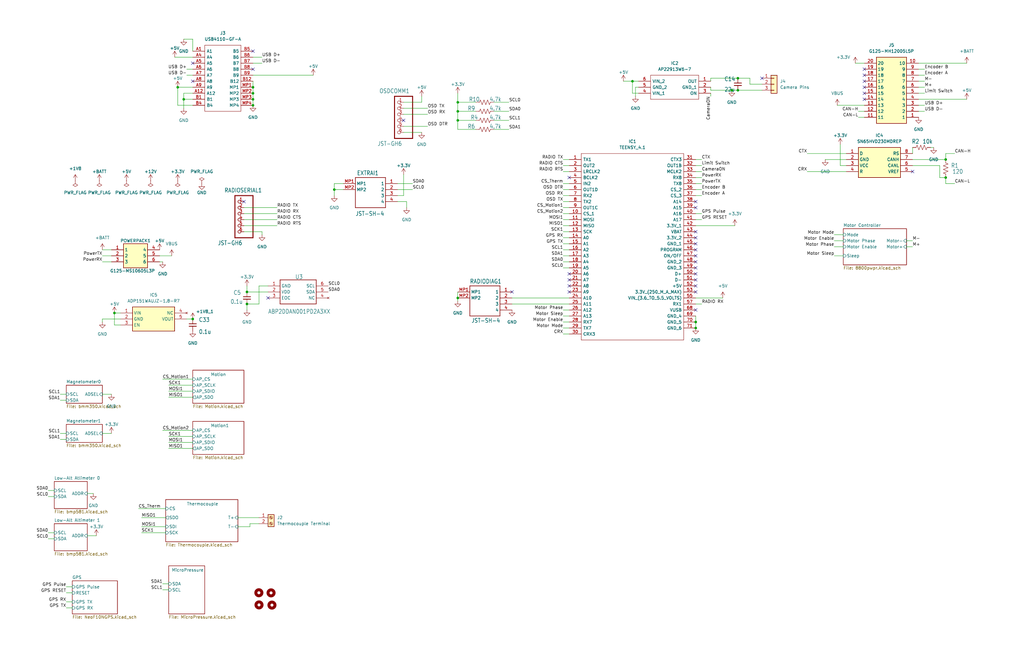
<source format=kicad_sch>
(kicad_sch (version 20231120) (generator "eeschema") (generator_version "8.0")
  (paper "B")
  (title_block (date "2024-06-17"))
  (lib_symbols
    (symbol "ADP151WAUJZ-1_8-R7:ADP151WAUJZ-1.8-R7"
      (property "Reference" "IC1" (at 13.97 7.62 0))
      (property "Value" "ADP151WAUJZ-1.8-R7" (at 13.97 5.08 0))
      (symbol "ADP151WAUJZ-1.8-R7_1_1"
        (pin passive line (at 0 0 0) (length 5.08) (name "VIN") (number "1"))
        (pin passive line (at 0 -2.54 0) (length 5.08) (name "GND") (number "2"))
        (pin passive line (at 0 -5.08 0) (length 5.08) (name "EN") (number "3"))
        (pin no_connect line (at 27.94 0 180) (length 5.08) (name "NC") (number "4"))
        (pin passive line (at 27.94 -2.54 180) (length 5.08) (name "VOUT") (number "5"))
      )
    )
    (symbol "BRGRavionics-eagle-import:JST-GH6"
      (symbol "JST-GH6_1_0"
        (pin passive inverted (at 0 0 0) (length 2.54) (name "1") (number "1"))
        (pin passive inverted (at 0 -2.54 0) (length 2.54) (name "2") (number "2"))
        (pin passive inverted (at 0 -5.08 0) (length 2.54) (name "3") (number "3"))
        (pin passive inverted (at 0 -7.62 0) (length 2.54) (name "4") (number "4"))
        (pin passive inverted (at 0 -10.16 0) (length 2.54) (name "5") (number "5"))
        (pin passive inverted (at 0 -12.7 0) (length 2.54) (name "6") (number "6"))
      )
    )
    (symbol "BRGRavionics-eagle-import:JST-SH-4"
      (property "Reference" "J" (at 19.05 7.62 0))
      (symbol "JST-SH-4_1_0"
        (pin bidirectional line (at 22.86 0 180) (length 5.08) (name "1") (number "1"))
        (pin bidirectional line (at 22.86 -2.54 180) (length 5.08) (name "2") (number "2"))
        (pin bidirectional line (at 22.86 -5.08 180) (length 5.08) (name "3") (number "3"))
        (pin bidirectional line (at 22.86 -7.62 180) (length 5.08) (name "4") (number "4"))
        (pin bidirectional line (at 0 0 0) (length 5.08) (name "MP1") (number "MP1"))
        (pin bidirectional line (at 0 -2.54 0) (length 5.08) (name "MP2") (number "MP2"))
      )
    )
    (symbol "BRGRavionics2-eagle-import:ABP2DDAN001PD2A3XX"
      (property "Reference" "IC" (at 21.59 7.62 0))
      (symbol "ABP2DDAN001PD2A3XX_1_0"
        (pin bidirectional line (at 0 0 0) (length 5.08) (name "GND") (number "1"))
        (pin bidirectional line (at 0 -2.54 0) (length 5.08) (name "VDD") (number "2"))
        (pin bidirectional line (at 0 -5.08 0) (length 5.08) (name "EOC") (number "3"))
        (pin no_connect line (at 25.4 -5.08 180) (length 5.08) (name "NC") (number "4"))
        (pin bidirectional line (at 25.4 -2.54 180) (length 5.08) (name "SDA") (number "5"))
        (pin bidirectional line (at 25.4 0 180) (length 5.08) (name "SCL") (number "6"))
      )
    )
    (symbol "Connector:Screw_Terminal_01x02" (pin_names (offset 1.016) hide)
      (property "Reference" "J" (at 0 2.54 0))
      (property "Value" "Screw_Terminal_01x02" (at 0 -5.08 0))
      (symbol "Screw_Terminal_01x02_1_1"
        (pin passive line (at -5.08 0 0) (length 3.81) (name "Pin_1") (number "1"))
        (pin passive line (at -5.08 -2.54 0) (length 3.81) (name "Pin_2") (number "2"))
      )
    )
    (symbol "Connector_Generic:Conn_01x03" (pin_names (offset 1.016) hide)
      (property "Reference" "J" (at 0 5.08 0))
      (property "Value" "Conn_01x03" (at 0 -5.08 0))
      (symbol "Conn_01x03_1_1"
        (pin passive line (at -5.08 2.54 0) (length 3.81) (name "Pin_1") (number "1"))
        (pin passive line (at -5.08 0 0) (length 3.81) (name "Pin_2") (number "2"))
        (pin passive line (at -5.08 -2.54 0) (length 3.81) (name "Pin_3") (number "3"))
      )
    )
    (symbol "Device:C_Small" (pin_numbers hide) (pin_names (offset 0.254) hide)
      (property "Reference" "C" (at 0.254 1.778 0))
      (property "Value" "C_Small" (at 0.254 -2.032 0))
      (symbol "C_Small_1_1"
        (pin passive line (at 0 2.54 270) (length 2.032) (name "~") (number "1"))
        (pin passive line (at 0 -2.54 90) (length 2.032) (name "~") (number "2"))
      )
    )
    (symbol "Device:R_US" (pin_numbers hide) (pin_names (offset 0))
      (property "Reference" "R" (at 2.54 0 90))
      (property "Value" "R_US" (at -2.54 0 90))
      (symbol "R_US_1_1"
        (pin passive line (at 0 3.81 270) (length 1.27) (name "~") (number "1"))
        (pin passive line (at 0 -3.81 90) (length 1.27) (name "~") (number "2"))
      )
    )
    (symbol "G125-MH12005L5P:G125-MH12005L5P"
      (property "Reference" "J" (at 19.05 7.62 0))
      (property "Value" "G125-MH12005L5P" (at 19.05 5.08 0))
      (symbol "G125-MH12005L5P_1_1"
        (pin passive line (at 22.86 -22.86 180) (length 5.08) (name "1") (number "1"))
        (pin passive line (at 22.86 0 180) (length 5.08) (name "10") (number "10"))
        (pin passive line (at 0 -22.86 0) (length 5.08) (name "11") (number "11"))
        (pin passive line (at 0 -20.32 0) (length 5.08) (name "12") (number "12"))
        (pin passive line (at 0 -17.78 0) (length 5.08) (name "13") (number "13"))
        (pin passive line (at 0 -15.24 0) (length 5.08) (name "14") (number "14"))
        (pin passive line (at 0 -12.7 0) (length 5.08) (name "15") (number "15"))
        (pin passive line (at 0 -10.16 0) (length 5.08) (name "16") (number "16"))
        (pin passive line (at 0 -7.62 0) (length 5.08) (name "17") (number "17"))
        (pin passive line (at 0 -5.08 0) (length 5.08) (name "18") (number "18"))
        (pin passive line (at 0 -2.54 0) (length 5.08) (name "19") (number "19"))
        (pin passive line (at 22.86 -20.32 180) (length 5.08) (name "2") (number "2"))
        (pin passive line (at 0 0 0) (length 5.08) (name "20") (number "20"))
        (pin passive line (at 22.86 -17.78 180) (length 5.08) (name "3") (number "3"))
        (pin passive line (at 22.86 -15.24 180) (length 5.08) (name "4") (number "4"))
        (pin passive line (at 22.86 -12.7 180) (length 5.08) (name "5") (number "5"))
        (pin passive line (at 22.86 -10.16 180) (length 5.08) (name "6") (number "6"))
        (pin passive line (at 22.86 -7.62 180) (length 5.08) (name "7") (number "7"))
        (pin passive line (at 22.86 -5.08 180) (length 5.08) (name "8") (number "8"))
        (pin passive line (at 22.86 -2.54 180) (length 5.08) (name "9") (number "9"))
      )
    )
    (symbol "G125-MS10605L3P:G125-MS10605L3P"
      (property "Reference" "J" (at 16.51 7.62 0))
      (property "Value" "G125-MS10605L3P" (at 16.51 5.08 0))
      (symbol "G125-MS10605L3P_1_1"
        (pin passive line (at 0 0 0) (length 5.08) (name "1") (number "1"))
        (pin passive line (at 0 -2.54 0) (length 5.08) (name "2") (number "2"))
        (pin passive line (at 0 -5.08 0) (length 5.08) (name "3") (number "3"))
        (pin passive line (at 20.32 0 180) (length 5.08) (name "4") (number "4"))
        (pin passive line (at 20.32 -2.54 180) (length 5.08) (name "5") (number "5"))
        (pin passive line (at 20.32 -5.08 180) (length 5.08) (name "6") (number "6"))
      )
    )
    (symbol "SN65HVD230MDREP:SN65HVD230MDREP"
      (property "Reference" "IC" (at 24.13 7.62 0))
      (property "Value" "SN65HVD230MDREP" (at 24.13 5.08 0))
      (symbol "SN65HVD230MDREP_1_1"
        (pin input line (at 0 0 0) (length 5.08) (name "D") (number "1"))
        (pin power_in line (at 0 -2.54 0) (length 5.08) (name "GND") (number "2"))
        (pin power_in line (at 0 -5.08 0) (length 5.08) (name "VCC") (number "3"))
        (pin output line (at 0 -7.62 0) (length 5.08) (name "R") (number "4"))
        (pin output line (at 27.94 -7.62 180) (length 5.08) (name "VREF") (number "5"))
        (pin passive line (at 27.94 -5.08 180) (length 5.08) (name "CANL") (number "6"))
        (pin passive line (at 27.94 -2.54 180) (length 5.08) (name "CANH") (number "7"))
        (pin passive line (at 27.94 0 180) (length 5.08) (name "RS") (number "8"))
      )
    )
    (symbol "SamacSys_Parts:AP22913W6-7" (pin_names (offset 0.762))
      (property "Reference" "IC" (at 26.67 7.62 0))
      (property "Value" "AP22913W6-7" (at 26.67 5.08 0))
      (symbol "AP22913W6-7_0_0"
        (pin passive line (at 0 0 0) (length 5.08) (name "OUT") (number "1"))
        (pin passive line (at 0 -2.54 0) (length 5.08) (name "GND_1") (number "2"))
        (pin passive line (at 0 -5.08 0) (length 5.08) (name "ON") (number "3"))
        (pin passive line (at 30.48 -5.08 180) (length 5.08) (name "VIN_1") (number "4"))
        (pin passive line (at 30.48 -2.54 180) (length 5.08) (name "GND_2") (number "5"))
        (pin passive line (at 30.48 0 180) (length 5.08) (name "VIN_2") (number "6"))
      )
    )
    (symbol "SamacSys_Parts:TEENSY_4.1" (pin_names (offset 0.762))
      (property "Reference" "IC" (at 49.53 7.62 0))
      (property "Value" "TEENSY_4.1" (at 49.53 5.08 0))
      (symbol "TEENSY_4.1_0_0"
        (pin passive line (at 0 0 0) (length 5.08) (name "TX1") (number "1"))
        (pin passive line (at 0 -22.86 0) (length 5.08) (name "CS_1") (number "10"))
        (pin passive line (at 0 -25.4 0) (length 5.08) (name "MOSI") (number "11"))
        (pin passive line (at 0 -27.94 0) (length 5.08) (name "MISO") (number "12"))
        (pin passive line (at 0 -30.48 0) (length 5.08) (name "SCK") (number "13"))
        (pin passive line (at 0 -33.02 0) (length 5.08) (name "A0") (number "14"))
        (pin passive line (at 0 -35.56 0) (length 5.08) (name "A1") (number "15"))
        (pin passive line (at 0 -38.1 0) (length 5.08) (name "A2") (number "16"))
        (pin passive line (at 0 -40.64 0) (length 5.08) (name "A3") (number "17"))
        (pin passive line (at 0 -43.18 0) (length 5.08) (name "A4") (number "18"))
        (pin passive line (at 0 -45.72 0) (length 5.08) (name "A5") (number "19"))
        (pin passive line (at 0 -2.54 0) (length 5.08) (name "OUT2") (number "2"))
        (pin passive line (at 0 -48.26 0) (length 5.08) (name "A6") (number "20"))
        (pin passive line (at 0 -50.8 0) (length 5.08) (name "A7") (number "21"))
        (pin passive line (at 0 -53.34 0) (length 5.08) (name "A8") (number "22"))
        (pin passive line (at 0 -55.88 0) (length 5.08) (name "A9") (number "23"))
        (pin passive line (at 0 -58.42 0) (length 5.08) (name "A10") (number "24"))
        (pin passive line (at 0 -60.96 0) (length 5.08) (name "A11") (number "25"))
        (pin passive line (at 0 -63.5 0) (length 5.08) (name "A12") (number "26"))
        (pin passive line (at 0 -66.04 0) (length 5.08) (name "A13") (number "27"))
        (pin passive line (at 0 -68.58 0) (length 5.08) (name "RX7") (number "28"))
        (pin passive line (at 0 -71.12 0) (length 5.08) (name "TX7") (number "29"))
        (pin passive line (at 0 -5.08 0) (length 5.08) (name "LRCLK2") (number "3"))
        (pin passive line (at 0 -73.66 0) (length 5.08) (name "CRX3") (number "30"))
        (pin passive line (at 53.34 0 180) (length 5.08) (name "CTX3") (number "31"))
        (pin passive line (at 53.34 -2.54 180) (length 5.08) (name "OUT1B") (number "32"))
        (pin passive line (at 53.34 -5.08 180) (length 5.08) (name "MCLK2") (number "33"))
        (pin passive line (at 53.34 -7.62 180) (length 5.08) (name "RX8") (number "34"))
        (pin passive line (at 53.34 -10.16 180) (length 5.08) (name "TX8") (number "35"))
        (pin passive line (at 53.34 -12.7 180) (length 5.08) (name "CS_2") (number "36"))
        (pin passive line (at 53.34 -15.24 180) (length 5.08) (name "CS_3") (number "37"))
        (pin passive line (at 53.34 -17.78 180) (length 5.08) (name "A14") (number "38"))
        (pin passive line (at 53.34 -20.32 180) (length 5.08) (name "A15") (number "39"))
        (pin passive line (at 0 -7.62 0) (length 5.08) (name "BCLK2") (number "4"))
        (pin passive line (at 53.34 -22.86 180) (length 5.08) (name "A16") (number "40"))
        (pin passive line (at 53.34 -25.4 180) (length 5.08) (name "A17") (number "41"))
        (pin passive line (at 53.34 -27.94 180) (length 5.08) (name "3.3V_1") (number "42"))
        (pin passive line (at 53.34 -30.48 180) (length 5.08) (name "VBAT") (number "43"))
        (pin passive line (at 53.34 -33.02 180) (length 5.08) (name "3.3V_2") (number "44"))
        (pin passive line (at 53.34 -35.56 180) (length 5.08) (name "GND_1") (number "45"))
        (pin passive line (at 53.34 -38.1 180) (length 5.08) (name "PROGRAM") (number "46"))
        (pin passive line (at 53.34 -40.64 180) (length 5.08) (name "ON/OFF") (number "47"))
        (pin passive line (at 53.34 -43.18 180) (length 5.08) (name "GND_2") (number "48"))
        (pin passive line (at 53.34 -45.72 180) (length 5.08) (name "GND_3") (number "49"))
        (pin passive line (at 0 -10.16 0) (length 5.08) (name "IN2") (number "5"))
        (pin passive line (at 53.34 -48.26 180) (length 5.08) (name "D+") (number "50"))
        (pin passive line (at 53.34 -50.8 180) (length 5.08) (name "D-") (number "51"))
        (pin passive line (at 53.34 -53.34 180) (length 5.08) (name "+5V") (number "52"))
        (pin passive line (at 53.34 -55.88 180) (length 5.08) (name "3.3V_(250_M_A_MAX)") (number "53"))
        (pin passive line (at 53.34 -58.42 180) (length 5.08) (name "VIN_(3.6_TO_5.5_VOLTS)") (number "55"))
        (pin passive line (at 53.34 -60.96 180) (length 5.08) (name "RX1") (number "57"))
        (pin passive line (at 0 -12.7 0) (length 5.08) (name "OUT1D") (number "6"))
        (pin passive line (at 53.34 -63.5 180) (length 5.08) (name "VUSB") (number "68"))
        (pin passive line (at 53.34 -66.04 180) (length 5.08) (name "GND_4") (number "69"))
        (pin passive line (at 0 -15.24 0) (length 5.08) (name "RX2") (number "7"))
        (pin passive line (at 53.34 -68.58 180) (length 5.08) (name "GND_5") (number "70"))
        (pin passive line (at 53.34 -71.12 180) (length 5.08) (name "GND_6") (number "71"))
        (pin passive line (at 0 -17.78 0) (length 5.08) (name "TX2") (number "8"))
        (pin passive line (at 0 -20.32 0) (length 5.08) (name "OUT1C") (number "9"))
      )
    )
    (symbol "SamacSys_Parts:USB4110-GF-A" (pin_names (offset 0.762))
      (property "Reference" "J" (at 21.59 7.62 0))
      (property "Value" "USB4110-GF-A" (at 21.59 5.08 0))
      (symbol "USB4110-GF-A_0_0"
        (pin passive line (at 0 0 0) (length 5.08) (name "A1") (number "A1"))
        (pin passive line (at 0 -17.78 0) (length 5.08) (name "A12") (number "A12"))
        (pin passive line (at 0 -2.54 0) (length 5.08) (name "A4") (number "A4"))
        (pin passive line (at 0 -5.08 0) (length 5.08) (name "A5") (number "A5"))
        (pin passive line (at 0 -7.62 0) (length 5.08) (name "A6") (number "A6"))
        (pin passive line (at 0 -10.16 0) (length 5.08) (name "A7") (number "A7"))
        (pin passive line (at 0 -12.7 0) (length 5.08) (name "A8") (number "A8"))
        (pin passive line (at 0 -15.24 0) (length 5.08) (name "A9") (number "A9"))
        (pin passive line (at 0 -20.32 0) (length 5.08) (name "B1") (number "B1"))
        (pin passive line (at 25.4 -12.7 180) (length 5.08) (name "B12") (number "B12"))
        (pin passive line (at 0 -22.86 0) (length 5.08) (name "B4") (number "B4"))
        (pin passive line (at 25.4 0 180) (length 5.08) (name "B5") (number "B5"))
        (pin passive line (at 25.4 -2.54 180) (length 5.08) (name "B6") (number "B6"))
        (pin passive line (at 25.4 -5.08 180) (length 5.08) (name "B7") (number "B7"))
        (pin passive line (at 25.4 -7.62 180) (length 5.08) (name "B8") (number "B8"))
        (pin passive line (at 25.4 -10.16 180) (length 5.08) (name "B9") (number "B9"))
        (pin passive line (at 25.4 -15.24 180) (length 5.08) (name "MP1") (number "MP1"))
        (pin passive line (at 25.4 -17.78 180) (length 5.08) (name "MP2") (number "MP2"))
        (pin passive line (at 25.4 -20.32 180) (length 5.08) (name "MP3") (number "MP3"))
        (pin passive line (at 25.4 -22.86 180) (length 5.08) (name "MP4") (number "MP4"))
      )
    )
    (symbol "power:+12V" (power) (pin_names (offset 0))
      (property "Value" "+12V" (at 0 3.556 0))
      (symbol "+12V_1_1"
        (pin power_in line (at 0 0 90) (length 0) hide (name "+12V") (number "1"))
      )
    )
    (symbol "power:+1V8" (power) (pin_names (offset 0))
      (property "Value" "+1V8" (at 0 3.556 0))
      (symbol "+1V8_1_1"
        (pin power_in line (at 0 0 90) (length 0) hide (name "+1V8") (number "1"))
      )
    )
    (symbol "power:+1V8_1" (power) (pin_names (offset 0))
      (property "Value" "+1V8_1" (at 0 3.175 0))
      (symbol "+1V8_1_1_1"
        (pin power_in line (at 0 0 90) (length 0) hide (name "+1V8_1") (number "1"))
      )
    )
    (symbol "power:+3.3V" (power) (pin_names (offset 0))
      (property "Value" "+3.3V" (at 0 3.556 0))
      (symbol "+3.3V_1_1"
        (pin power_in line (at 0 0 90) (length 0) hide (name "+3.3V") (number "1"))
      )
    )
    (symbol "power:+5V" (power) (pin_names (offset 0))
      (property "Value" "+5V" (at 0 3.556 0))
      (symbol "+5V_1_1"
        (pin power_in line (at 0 0 90) (length 0) hide (name "+5V") (number "1"))
      )
    )
    (symbol "power:+BATT" (power) (pin_names (offset 0))
      (property "Value" "+BATT" (at 0 3.556 0))
      (symbol "+BATT_1_1"
        (pin power_in line (at 0 0 90) (length 0) hide (name "+BATT") (number "1"))
      )
    )
    (symbol "power:GND" (power) (pin_names (offset 0))
      (property "Value" "GND" (at 0 -3.81 0))
      (symbol "GND_1_1"
        (pin power_in line (at 0 0 270) (length 0) hide (name "GND") (number "1"))
      )
    )
    (symbol "power:PWR_FLAG" (power) (pin_numbers hide) (pin_names (offset 0) hide)
      (property "Value" "PWR_FLAG" (at 0 3.81 0))
      (symbol "PWR_FLAG_0_0"
        (pin power_out line (at 0 0 90) (length 0) (name "pwr") (number "1"))
      )
    )
    (symbol "power:VBUS" (power) (pin_names (offset 0))
      (property "Value" "VBUS" (at 0 3.81 0))
      (symbol "VBUS_1_1"
        (pin power_in line (at 0 0 90) (length 0) hide (name "VBUS") (number "1"))
      )
    )
    (symbol "stan:MountingHole-NPTH" (pin_names (offset 1.016))
      (property "Reference" "H1" (at 2.54 1.2701 0))
      (property "Value" "MountingHole" (at 2.54 -1.2699 0))
    )
  )
  (junction (at 308.61 38.1))
  (junction (at 106.68 39.37))
  (junction (at 104.14 128.27))
  (junction (at 48.26 132.08))
  (junction (at 398.78 67.31))
  (junction (at 140.97 80.01))
  (junction (at 104.14 123.19))
  (junction (at 193.04 125.73))
  (junction (at 398.78 74.93))
  (junction (at 293.37 138.43))
  (junction (at 106.68 36.83))
  (junction (at 106.68 44.45))
  (junction (at 74.93 36.83))
  (junction (at 193.04 50.8))
  (junction (at 311.15 33.02))
  (junction (at 106.68 41.91))
  (junction (at 266.7 34.29))
  (junction (at 311.15 38.1))
  (junction (at 81.28 134.62))
  (junction (at 77.47 41.91))
  (junction (at 293.37 135.89))
  (junction (at 193.04 43.18))
  (junction (at 193.04 46.99))
  (no_connect (at 321.31 33.02))
  (no_connect (at 240.03 123.19))
  (no_connect (at 384.81 72.39))
  (no_connect (at 293.37 123.19))
  (no_connect (at 81.28 26.67))
  (no_connect (at 364.49 41.91))
  (no_connect (at 364.49 34.29))
  (no_connect (at 293.37 85.09))
  (no_connect (at 106.68 29.21))
  (no_connect (at 293.37 118.11))
  (no_connect (at 293.37 97.79))
  (no_connect (at 81.28 34.29))
  (no_connect (at 293.37 113.03))
  (no_connect (at 170.18 50.8))
  (no_connect (at 106.68 21.59))
  (no_connect (at 293.37 100.33))
  (no_connect (at 240.03 74.93))
  (no_connect (at 293.37 102.87))
  (no_connect (at 293.37 107.95))
  (no_connect (at 240.03 115.57))
  (no_connect (at 293.37 87.63))
  (no_connect (at 293.37 115.57))
  (no_connect (at 364.49 39.37))
  (no_connect (at 240.03 120.65))
  (no_connect (at 293.37 105.41))
  (no_connect (at 293.37 120.65))
  (no_connect (at 113.03 125.73))
  (no_connect (at 102.87 85.09))
  (no_connect (at 364.49 31.75))
  (no_connect (at 364.49 36.83))
  (no_connect (at 293.37 110.49))
  (no_connect (at 293.37 130.81))
  (no_connect (at 215.9 123.19))
  (no_connect (at 364.49 29.21))
  (no_connect (at 240.03 118.11))
  (wire (pts (xy 171.45 85.09) (xy 167.64 85.09)))
  (wire (pts (xy 106.68 36.83) (xy 106.68 39.37)))
  (wire (pts (xy 104.14 128.27) (xy 109.22 128.27)) (stroke (width 0.1524)))
  (wire (pts (xy 389.89 39.37) (xy 387.35 39.37)))
  (wire (pts (xy 237.49 100.33) (xy 240.03 100.33)))
  (wire (pts (xy 299.72 34.29) (xy 299.72 33.02)))
  (wire (pts (xy 167.64 77.47) (xy 173.99 77.47)))
  (wire (pts (xy 100.33 222.25) (xy 105.41 222.25)))
  (wire (pts (xy 387.35 26.67) (xy 407.67 26.67)))
  (wire (pts (xy 102.87 87.63) (xy 116.84 87.63)) (stroke (width 0.1524)))
  (wire (pts (xy 71.12 167.64) (xy 81.28 167.64)))
  (wire (pts (xy 193.04 43.18) (xy 193.04 39.37)))
  (wire (pts (xy 140.97 80.01) (xy 144.78 80.01)))
  (wire (pts (xy 208.28 46.99) (xy 214.63 46.99)))
  (wire (pts (xy 20.32 227.33) (xy 22.86 227.33)))
  (wire (pts (xy 59.69 218.44) (xy 69.85 218.44)))
  (wire (pts (xy 293.37 69.85) (xy 295.91 69.85)))
  (wire (pts (xy 387.35 31.75) (xy 389.89 31.75)))
  (wire (pts (xy 398.78 77.47) (xy 402.59 77.47)))
  (wire (pts (xy 340.36 72.39) (xy 356.87 72.39)))
  (wire (pts (xy 68.58 181.61) (xy 81.28 181.61)) (stroke (width 0.1524)))
  (wire (pts (xy 267.97 40.64) (xy 267.97 36.83)))
  (wire (pts (xy 193.04 125.73) (xy 193.04 127)))
  (wire (pts (xy 77.47 41.91) (xy 81.28 41.91)))
  (wire (pts (xy 170.18 55.88) (xy 177.8 55.88)))
  (wire (pts (xy 36.83 208.28) (xy 39.37 208.28)))
  (wire (pts (xy 237.49 80.01) (xy 240.03 80.01)))
  (wire (pts (xy 293.37 92.71) (xy 295.91 92.71)))
  (wire (pts (xy 398.78 64.77) (xy 398.78 67.31)))
  (wire (pts (xy 27.94 250.19) (xy 30.48 250.19)))
  (wire (pts (xy 237.49 133.35) (xy 240.03 133.35)))
  (wire (pts (xy 106.68 26.67) (xy 110.49 26.67)))
  (wire (pts (xy 25.4 166.37) (xy 27.94 166.37)))
  (wire (pts (xy 262.89 34.29) (xy 266.7 34.29)))
  (wire (pts (xy 237.49 135.89) (xy 240.03 135.89)))
  (wire (pts (xy 361.95 49.53) (xy 364.49 49.53)))
  (wire (pts (xy 104.14 123.19) (xy 113.03 123.19)))
  (wire (pts (xy 140.97 80.01) (xy 140.97 82.55)))
  (wire (pts (xy 193.04 46.99) (xy 193.04 43.18)))
  (wire (pts (xy 308.61 38.1) (xy 311.15 38.1)))
  (wire (pts (xy 170.18 45.72) (xy 180.34 45.72)))
  (wire (pts (xy 293.37 77.47) (xy 295.91 77.47)))
  (wire (pts (xy 77.47 39.37) (xy 81.28 39.37)))
  (wire (pts (xy 215.9 128.27) (xy 240.03 128.27)))
  (wire (pts (xy 361.95 46.99) (xy 364.49 46.99)))
  (wire (pts (xy 43.18 166.37) (xy 46.99 166.37)))
  (wire (pts (xy 59.69 222.25) (xy 69.85 222.25)))
  (wire (pts (xy 27.94 247.65) (xy 30.48 247.65)))
  (wire (pts (xy 237.49 140.97) (xy 240.03 140.97)))
  (wire (pts (xy 387.35 41.91) (xy 407.67 41.91)))
  (wire (pts (xy 299.72 38.1) (xy 308.61 38.1)))
  (wire (pts (xy 360.68 26.67) (xy 364.49 26.67)))
  (wire (pts (xy 293.37 135.89) (xy 293.37 138.43)))
  (wire (pts (xy 170.18 82.55) (xy 167.64 82.55)))
  (wire (pts (xy 109.22 128.27) (xy 109.22 120.65)) (stroke (width 0.1524)))
  (wire (pts (xy 293.37 95.25) (xy 309.88 95.25)))
  (wire (pts (xy 74.93 36.83) (xy 74.93 44.45)))
  (wire (pts (xy 102.87 95.25) (xy 116.84 95.25)) (stroke (width 0.1524)))
  (wire (pts (xy 74.93 36.83) (xy 81.28 36.83)))
  (wire (pts (xy 387.35 29.21) (xy 389.89 29.21)))
  (wire (pts (xy 293.37 125.73) (xy 304.8 125.73)))
  (wire (pts (xy 293.37 128.27) (xy 295.91 128.27)))
  (wire (pts (xy 384.81 69.85) (xy 396.24 69.85)))
  (wire (pts (xy 267.97 36.83) (xy 269.24 36.83)))
  (wire (pts (xy 351.79 101.6) (xy 355.6 101.6)))
  (wire (pts (xy 266.7 39.37) (xy 269.24 39.37)))
  (wire (pts (xy 105.41 220.98) (xy 109.22 220.98)))
  (wire (pts (xy 237.49 95.25) (xy 240.03 95.25)))
  (wire (pts (xy 384.81 62.23) (xy 384.81 64.77)))
  (wire (pts (xy 393.7 62.23) (xy 392.43 62.23)))
  (wire (pts (xy 237.49 69.85) (xy 240.03 69.85)))
  (wire (pts (xy 208.28 43.18) (xy 214.63 43.18)))
  (wire (pts (xy 293.37 90.17) (xy 295.91 90.17)))
  (wire (pts (xy 106.68 24.13) (xy 110.49 24.13)))
  (wire (pts (xy 25.4 182.88) (xy 27.94 182.88)))
  (wire (pts (xy 382.27 101.6) (xy 384.81 101.6)))
  (wire (pts (xy 73.66 24.13) (xy 81.28 24.13)))
  (wire (pts (xy 387.35 44.45) (xy 389.89 44.45)))
  (wire (pts (xy 43.18 105.41) (xy 46.99 105.41)))
  (wire (pts (xy 237.49 90.17) (xy 240.03 90.17)))
  (wire (pts (xy 106.68 31.75) (xy 132.08 31.75)))
  (wire (pts (xy 36.83 226.06) (xy 40.64 226.06)))
  (wire (pts (xy 68.58 246.38) (xy 71.12 246.38)))
  (wire (pts (xy 237.49 92.71) (xy 240.03 92.71)))
  (wire (pts (xy 293.37 72.39) (xy 295.91 72.39)))
  (wire (pts (xy 102.87 92.71) (xy 116.84 92.71)))
  (wire (pts (xy 200.66 46.99) (xy 193.04 46.99)))
  (wire (pts (xy 387.35 36.83) (xy 389.89 36.83)))
  (wire (pts (xy 48.26 137.16) (xy 50.8 137.16)))
  (wire (pts (xy 58.42 214.63) (xy 69.85 214.63)))
  (wire (pts (xy 78.74 31.75) (xy 81.28 31.75)))
  (wire (pts (xy 396.24 69.85) (xy 396.24 74.93)))
  (wire (pts (xy 20.32 224.79) (xy 22.86 224.79)))
  (wire (pts (xy 354.33 60.96) (xy 354.33 69.85)))
  (wire (pts (xy 299.72 39.37) (xy 299.72 40.64)))
  (wire (pts (xy 104.14 128.27) (xy 104.14 130.81)) (stroke (width 0.1524)))
  (wire (pts (xy 140.97 77.47) (xy 140.97 80.01)))
  (wire (pts (xy 354.33 69.85) (xy 356.87 69.85)))
  (wire (pts (xy 20.32 209.55) (xy 22.86 209.55)))
  (wire (pts (xy 78.74 134.62) (xy 81.28 134.62)))
  (wire (pts (xy 293.37 82.55) (xy 295.91 82.55)))
  (wire (pts (xy 208.28 50.8) (xy 214.63 50.8)))
  (wire (pts (xy 43.18 134.62) (xy 50.8 134.62)))
  (wire (pts (xy 105.41 222.25) (xy 105.41 220.98)))
  (wire (pts (xy 71.12 186.69) (xy 81.28 186.69)) (stroke (width 0.1524)))
  (wire (pts (xy 237.49 85.09) (xy 240.03 85.09)))
  (wire (pts (xy 106.68 41.91) (xy 106.68 44.45)))
  (wire (pts (xy 71.12 189.23) (xy 81.28 189.23)) (stroke (width 0.1524)))
  (wire (pts (xy 193.04 46.99) (xy 193.04 50.8)))
  (wire (pts (xy 387.35 34.29) (xy 389.89 34.29)))
  (wire (pts (xy 71.12 162.56) (xy 81.28 162.56)))
  (wire (pts (xy 266.7 34.29) (xy 266.7 39.37)))
  (wire (pts (xy 347.98 67.31) (xy 356.87 67.31)))
  (wire (pts (xy 25.4 168.91) (xy 27.94 168.91)))
  (wire (pts (xy 200.66 54.61) (xy 193.04 54.61)))
  (wire (pts (xy 321.31 35.56) (xy 316.23 35.56)))
  (wire (pts (xy 77.47 39.37) (xy 77.47 41.91)))
  (wire (pts (xy 43.18 110.49) (xy 46.99 110.49)))
  (wire (pts (xy 382.27 104.14) (xy 384.81 104.14)))
  (wire (pts (xy 293.37 67.31) (xy 295.91 67.31)))
  (wire (pts (xy 215.9 125.73) (xy 240.03 125.73)))
  (wire (pts (xy 81.28 16.51) (xy 81.28 21.59)))
  (wire (pts (xy 237.49 97.79) (xy 240.03 97.79)))
  (wire (pts (xy 311.15 38.1) (xy 321.31 38.1)))
  (wire (pts (xy 71.12 184.15) (xy 81.28 184.15)) (stroke (width 0.1524)))
  (wire (pts (xy 100.33 218.44) (xy 109.22 218.44)))
  (wire (pts (xy 59.69 224.79) (xy 69.85 224.79)))
  (wire (pts (xy 167.64 80.01) (xy 173.99 80.01)))
  (wire (pts (xy 351.79 107.95) (xy 355.6 107.95)))
  (wire (pts (xy 299.72 38.1) (xy 299.72 36.83)))
  (wire (pts (xy 144.78 77.47) (xy 140.97 77.47)))
  (wire (pts (xy 293.37 133.35) (xy 293.37 135.89)))
  (wire (pts (xy 237.49 102.87) (xy 240.03 102.87)))
  (wire (pts (xy 384.81 67.31) (xy 398.78 67.31)))
  (wire (pts (xy 43.18 182.88) (xy 46.99 182.88)))
  (wire (pts (xy 237.49 110.49) (xy 240.03 110.49)))
  (wire (pts (xy 237.49 67.31) (xy 240.03 67.31)))
  (wire (pts (xy 71.12 165.1) (xy 81.28 165.1)))
  (wire (pts (xy 237.49 107.95) (xy 240.03 107.95)))
  (wire (pts (xy 396.24 74.93) (xy 398.78 74.93)))
  (wire (pts (xy 387.35 46.99) (xy 389.89 46.99)))
  (wire (pts (xy 102.87 90.17) (xy 116.84 90.17)) (stroke (width 0.1524)))
  (wire (pts (xy 20.32 207.01) (xy 22.86 207.01)))
  (wire (pts (xy 237.49 130.81) (xy 240.03 130.81)))
  (wire (pts (xy 193.04 50.8) (xy 193.04 54.61)))
  (wire (pts (xy 200.66 43.18) (xy 193.04 43.18)))
  (wire (pts (xy 351.79 99.06) (xy 355.6 99.06)))
  (wire (pts (xy 351.79 104.14) (xy 355.6 104.14)))
  (wire (pts (xy 237.49 77.47) (xy 240.03 77.47)))
  (wire (pts (xy 170.18 48.26) (xy 180.34 48.26)))
  (wire (pts (xy 171.45 87.63) (xy 171.45 85.09)))
  (wire (pts (xy 237.49 82.55) (xy 240.03 82.55)))
  (wire (pts (xy 353.06 44.45) (xy 364.49 44.45)))
  (wire (pts (xy 398.78 64.77) (xy 402.59 64.77)))
  (wire (pts (xy 170.18 53.34) (xy 180.34 53.34)))
  (wire (pts (xy 316.23 33.02) (xy 311.15 33.02)))
  (wire (pts (xy 293.37 80.01) (xy 295.91 80.01)))
  (wire (pts (xy 81.28 44.45) (xy 74.93 44.45)))
  (wire (pts (xy 316.23 35.56) (xy 316.23 33.02)))
  (wire (pts (xy 200.66 50.8) (xy 193.04 50.8)))
  (wire (pts (xy 237.49 105.41) (xy 240.03 105.41)))
  (wire (pts (xy 237.49 113.03) (xy 240.03 113.03)))
  (wire (pts (xy 208.28 54.61) (xy 214.63 54.61)))
  (wire (pts (xy 27.94 254) (xy 30.48 254)))
  (wire (pts (xy 25.4 185.42) (xy 27.94 185.42)))
  (wire (pts (xy 193.04 123.19) (xy 193.04 125.73)))
  (wire (pts (xy 340.36 64.77) (xy 356.87 64.77)))
  (wire (pts (xy 48.26 132.08) (xy 48.26 137.16)))
  (wire (pts (xy 237.49 87.63) (xy 240.03 87.63)))
  (wire (pts (xy 110.49 99.06) (xy 110.49 97.79)) (stroke (width 0.1524)))
  (wire (pts (xy 177.8 43.18) (xy 177.8 40.64)))
  (wire (pts (xy 48.26 132.08) (xy 50.8 132.08)))
  (wire (pts (xy 398.78 77.47) (xy 398.78 74.93)))
  (wire (pts (xy 43.18 135.89) (xy 43.18 134.62)))
  (wire (pts (xy 43.18 107.95) (xy 46.99 107.95)))
  (wire (pts (xy 170.18 73.66) (xy 170.18 82.55)))
  (wire (pts (xy 67.31 107.95) (xy 72.39 107.95)))
  (wire (pts (xy 299.72 33.02) (xy 311.15 33.02)))
  (wire (pts (xy 106.68 34.29) (xy 106.68 36.83)))
  (wire (pts (xy 68.58 248.92) (xy 71.12 248.92)))
  (wire (pts (xy 106.68 39.37) (xy 106.68 41.91)))
  (wire (pts (xy 68.58 110.49) (xy 67.31 110.49)))
  (wire (pts (xy 68.58 160.02) (xy 81.28 160.02)))
  (wire (pts (xy 237.49 72.39) (xy 240.03 72.39)))
  (wire (pts (xy 293.37 74.93) (xy 295.91 74.93)))
  (wire (pts (xy 27.94 256.54) (xy 30.48 256.54)))
  (wire (pts (xy 77.47 16.51) (xy 81.28 16.51)))
  (wire (pts (xy 237.49 138.43) (xy 240.03 138.43)))
  (wire (pts (xy 77.47 41.91) (xy 77.47 45.72)))
  (wire (pts (xy 78.74 29.21) (xy 81.28 29.21)))
  (wire (pts (xy 170.18 43.18) (xy 177.8 43.18)))
  (wire (pts (xy 266.7 34.29) (xy 269.24 34.29)))
  (wire (pts (xy 109.22 120.65) (xy 113.03 120.65)) (stroke (width 0.1524)))
  (wire (pts (xy 102.87 97.79) (xy 110.49 97.79)) (stroke (width 0.1524)))
  (wire (pts (xy 104.14 120.65) (xy 104.14 123.19)) (stroke (width 0.1524)))
  (label "OSD TX" (at 180.34 45.72 0))
  (label "Motor Phase" (at 237.49 130.81 180))
  (label "SCL0" (at 237.49 113.03 180))
  (label "RADIO TX" (at 237.49 67.31 180))
  (label "Encoder A" (at 295.91 82.55 0))
  (label "CS_Therm" (at 237.49 77.47 180))
  (label "SDA1" (at 237.49 107.95 180))
  (label "MOSI1" (at 59.69 222.25 0))
  (label "OSD DTR" (at 180.34 53.34 0))
  (label "MOSI1" (at 237.49 92.71 180))
  (label "GPS RX" (at 27.94 254 180))
  (label "SDA0" (at 237.49 110.49 180))
  (label "SDA1" (at 25.4 168.91 180))
  (label "CAN-L" (at 402.59 77.47 0))
  (label "SDA0" (at 173.99 77.47 0))
  (label "M+" (at 389.89 36.83 0))
  (label "M+" (at 384.81 104.14 0))
  (label "SDA0" (at 138.43 123.19 0))
  (label "USB D-" (at 389.89 46.99 0))
  (label "SDA0" (at 20.32 224.79 180))
  (label "USB D+" (at 78.74 29.21 180))
  (label "SDA0" (at 214.63 46.99 0))
  (label "M-" (at 384.81 101.6 0))
  (label "CS_Motion1" (at 237.49 87.63 180))
  (label "RADIO RX" (at 295.91 128.27 0))
  (label "MISO1" (at 71.12 189.23 0))
  (label "SCL1" (at 237.49 105.41 180))
  (label "PowerTX" (at 43.18 107.95 180))
  (label "MOSI1" (at 71.12 186.69 0))
  (label "SCK1" (at 237.49 97.79 180))
  (label "GPS TX" (at 27.94 256.54 180))
  (label "GPS RESET" (at 27.94 250.19 180))
  (label "GPS RESET" (at 295.91 92.71 0))
  (label "RADIO CTS" (at 116.84 92.71 0))
  (label "RADIO CTS" (at 237.49 69.85 180))
  (label "CameraON" (at 299.72 40.64 270))
  (label "CRX" (at 340.36 72.39 180))
  (label "GPS Pulse" (at 295.91 90.17 0))
  (label "CAN-H" (at 402.59 64.77 0))
  (label "SCL0" (at 138.43 120.65 0))
  (label "Encoder B" (at 389.89 29.21 0))
  (label "Motor Sleep" (at 351.79 107.95 180))
  (label "USB D-" (at 110.49 26.67 0))
  (label "SCL0" (at 173.99 80.01 0))
  (label "CS_Therm" (at 58.42 214.63 0))
  (label "M-" (at 389.89 34.29 0))
  (label "RADIO TX" (at 116.84 87.63 0))
  (label "SCK1" (at 59.69 224.79 0))
  (label "OSD RX" (at 180.34 48.26 0))
  (label "CAN-L" (at 361.95 49.53 180))
  (label "RADIO RTS" (at 237.49 72.39 180))
  (label "USB D-" (at 78.74 31.75 180))
  (label "CTX" (at 295.91 67.31 0))
  (label "SDA1" (at 68.58 246.38 180))
  (label "CS_Motion2" (at 237.49 90.17 180))
  (label "SCL1" (at 68.58 248.92 180))
  (label "SCK1" (at 71.12 162.56 0))
  (label "PowerRX" (at 295.91 74.93 0))
  (label "SCK1" (at 71.12 184.15 0))
  (label "RADIO RX" (at 116.84 90.17 0))
  (label "Motor Enable" (at 237.49 135.89 180))
  (label "GPS RX" (at 237.49 100.33 180))
  (label "Motor Enable" (at 351.79 101.6 180))
  (label "SCL0" (at 20.32 227.33 180))
  (label "SCL1" (at 214.63 50.8 0))
  (label "Motor Phase" (at 351.79 104.14 180))
  (label "OSD TX" (at 237.49 85.09 180))
  (label "Motor Mode" (at 351.79 99.06 180))
  (label "CAN-H" (at 361.95 46.99 180))
  (label "CameraON" (at 295.91 72.39 0))
  (label "Limit Switch" (at 389.89 39.37 0))
  (label "MISO1" (at 59.69 218.44 0))
  (label "CRX" (at 237.49 140.97 180))
  (label "Motor Sleep" (at 237.49 133.35 180))
  (label "USB D+" (at 110.49 24.13 0))
  (label "CTX" (at 340.36 64.77 180))
  (label "SCL0" (at 214.63 43.18 0))
  (label "GPS TX" (at 237.49 102.87 180))
  (label "PowerRX" (at 43.18 110.49 180))
  (label "MISO1" (at 71.12 167.64 0))
  (label "MOSI1" (at 71.12 165.1 0))
  (label "CS_Motion1" (at 68.58 160.02 0))
  (label "Encoder B" (at 295.91 80.01 0))
  (label "SCL1" (at 25.4 166.37 180))
  (label "OSD DTR" (at 237.49 80.01 180))
  (label "Limit Switch" (at 295.91 69.85 0))
  (label "Encoder A" (at 389.89 31.75 0))
  (label "SCL0" (at 20.32 209.55 180))
  (label "CS_Motion2" (at 68.58 181.61 0))
  (label "GPS Pulse" (at 27.94 247.65 180))
  (label "Motor Mode" (at 237.49 138.43 180))
  (label "SDA1" (at 25.4 185.42 180))
  (label "RADIO RTS" (at 116.84 95.25 0))
  (label "PowerTX" (at 295.91 77.47 0))
  (label "SCL1" (at 25.4 182.88 180))
  (label "MISO1" (at 237.49 95.25 180))
  (label "SDA0" (at 20.32 207.01 180))
  (label "OSD RX" (at 237.49 82.55 180))
  (label "USB D+" (at 389.89 44.45 0))
  (label "SDA1" (at 214.63 54.61 0))
  (symbol (lib_id "power:+1V8") (at 31.75 76.2 0) (unit 1)
    (property "Reference" "#PWR050" (effects (hide yes)))
    (property "Value" "+1V8" (at 31.75 71.12 0))
  )
  (symbol (lib_id "power:+BATT") (at 43.18 105.41 0) (unit 1)
    (property "Reference" "#PWR020" (effects (hide yes)))
    (property "Value" "+BATT" (at 43.18 100.33 0))
  )
  (symbol (lib_id "Device:R_US") (at 204.47 54.61 270) (unit 1)
    (property "Reference" "R6" (at 198.755 53.34 90) (effects (font (size 1.778 1.5113))))
    (property "Value" "4.7k" (at 208.915 53.34 90) (effects (font (size 1.778 1.5113))))
    (property "Footprint" "Resistor_SMD:R_0603_1608Metric" (effects (hide yes)))
  )
  (symbol (lib_id "Device:R_US") (at 204.47 50.8 270) (unit 1)
    (property "Reference" "R4" (at 200.025 49.53 90) (effects (font (size 1.778 1.5113))))
    (property "Value" "4.7k" (at 208.915 49.53 90) (effects (font (size 1.778 1.5113))))
    (property "Footprint" "Resistor_SMD:R_0603_1608Metric" (effects (hide yes)))
  )
  (symbol (lib_id "power:GND") (at 85.09 77.47 0) (mirror y) (unit 1)
    (property "Reference" "#PWR062" (effects (hide yes)))
    (property "Value" "GND" (at 85.09 81.28 0))
  )
  (symbol (lib_id "Device:C_Small") (at 311.15 35.56 0) (unit 1)
    (property "Reference" "C14" (at 305.435 34.29 0) (effects (font (size 1.778 1.5113)) (justify left bottom)))
    (property "Value" "22u" (at 305.435 38.735 0) (effects (font (size 1.778 1.5113)) (justify left bottom)))
    (property "Footprint" "Capacitor_SMD:C_1210_3225Metric" (effects (hide yes)))
    (property "PN" "GRM32ER71E226KE15L" (effects (hide yes)))
  )
  (symbol (lib_id "stan:MountingHole-NPTH") (at 109.22 255.27 0) (unit 1)
    (property "Reference" "H1" (effects (hide yes)))
    (property "Value" "MountingHole" (effects (hide yes)))
    (property "Footprint" "BRGRavionics:MountingHole_90" (effects (hide yes)))
  )
  (symbol (lib_id "power:GND") (at 39.37 208.28 0) (unit 1)
    (property "Reference" "#PWR039" (effects (hide yes)))
    (property "Value" "GND" (at 39.37 213.36 0))
  )
  (symbol (lib_id "BRGRavionics2-eagle-import:ABP2DDAN001PD2A3XX") (at 113.03 120.65 0) (unit 1)
    (property "Reference" "U3" (at 124.46 116.84 0) (effects (font (size 1.778 1.5113)) (justify left)))
    (property "Value" "ABP2DDAN001PD2A3XX" (at 113.03 131.445 0) (effects (font (size 1.778 1.5113)) (justify left)))
    (property "Footprint" "SamacSys_Parts:ABP2DANT001BA2A3XX" (effects (hide yes)))
  )
  (symbol (lib_id "G125-MH12005L5P:G125-MH12005L5P") (at 364.49 26.67 0) (unit 1)
    (property "Reference" "J5" (at 375.92 19.05 0))
    (property "Value" "G125-MH12005L5P" (at 375.92 21.59 0))
    (property "Footprint" "BRGRavionics:G125-MH12005L5P" (effects (hide yes)))
    (property "Datasheet" "https://cdn.harwin.com/pdfs/G125-MHXXX05L5P.pdf" (effects (hide yes)))
    (property "Height" "5.55" (effects (hide yes)))
    (property "Mouser Part Number" "855-G125-MH12005L5P" (effects (hide yes)))
    (property "Mouser Price/Stock" "https://www.mouser.co.uk/ProductDetail/Harwin/G125-MH12005L5P?qs=kxSDgj%2F7uulMF%2FKliqBzrQ%3D%3D" (effects (hide yes)))
    (property "Manufacturer_Name" "Harwin" (effects (hide yes)))
    (property "Manufacturer_Part_Number" "G125-MH12005L5P" (effects (hide yes)))
  )
  (symbol (lib_id "Connector:Screw_Terminal_01x02") (at 114.3 218.44 0) (unit 1)
    (property "Reference" "J2" (at 116.84 218.44 0) (effects (justify left)))
    (property "Value" "Thermocouple Terminal" (at 116.84 220.98 0) (effects (justify left)))
    (property "Footprint" "TerminalBlock_TE-Connectivity:TerminalBlock_TE_282834-2_1x02_P2.54mm_Horizontal" (effects (hide yes)))
  )
  (symbol (lib_id "power:+5V") (at 177.8 40.64 0) (unit 1)
    (property "Reference" "#PWR027" (effects (hide yes)))
    (property "Value" "+5V" (at 177.8 36.83 0))
  )
  (symbol (lib_id "Device:R_US") (at 388.62 62.23 90) (unit 1)
    (property "Reference" "R2" (at 386.08 59.69 90) (effects (font (size 1.778 1.5113))))
    (property "Value" "10k" (at 391.16 59.69 90) (effects (font (size 1.778 1.5113))))
    (property "Footprint" "Resistor_SMD:R_0603_1608Metric" (effects (hide yes)))
  )
  (symbol (lib_id "power:+BATT") (at 41.91 76.2 0) (unit 1)
    (property "Reference" "#PWR023" (effects (hide yes)))
    (property "Value" "+BATT" (at 41.91 72.39 0))
  )
  (symbol (lib_id "power:GND") (at 171.45 87.63 0) (mirror y) (unit 1)
    (property "Reference" "#PWR047" (effects (hide yes)))
    (property "Value" "GND" (at 171.45 92.71 0))
  )
  (symbol (lib_id "power:PWR_FLAG") (at 31.75 76.2 180) (unit 1)
    (property "Reference" "#FLG06" (effects (hide yes)))
    (property "Value" "PWR_FLAG" (at 31.75 81.28 0))
  )
  (symbol (lib_id "power:GND") (at 104.14 130.81 0) (unit 1)
    (property "Reference" "#PWR021" (effects (hide yes)))
    (property "Value" "GND" (at 104.14 135.89 0))
  )
  (symbol (lib_id "power:+3.3V") (at 193.04 39.37 0) (unit 1)
    (property "Reference" "#PWR029" (effects (hide yes)))
    (property "Value" "+3.3V" (at 193.04 35.56 0))
  )
  (symbol (lib_id "power:GND") (at 110.49 99.06 0) (unit 1)
    (property "Reference" "#PWR044" (effects (hide yes)))
    (property "Value" "GND" (at 110.49 104.14 0))
  )
  (symbol (lib_id "power:GND") (at 106.68 44.45 0) (unit 1)
    (property "Reference" "#PWR089" (effects (hide yes)))
    (property "Value" "GND" (at 106.68 49.53 0))
  )
  (symbol (lib_id "power:GND") (at 140.97 82.55 0) (mirror y) (unit 1)
    (property "Reference" "#PWR046" (effects (hide yes)))
    (property "Value" "GND" (at 140.97 87.63 0))
  )
  (symbol (lib_id "power:VBUS") (at 72.39 107.95 0) (unit 1)
    (property "Reference" "#PWR042" (effects (hide yes)))
    (property "Value" "VBUS" (at 72.39 102.87 0))
  )
  (symbol (lib_id "power:+5V") (at 304.8 125.73 0) (unit 1)
    (property "Reference" "#PWR03" (effects (hide yes)))
    (property "Value" "+5V" (at 304.8 120.65 0))
  )
  (symbol (lib_id "SN65HVD230MDREP:SN65HVD230MDREP") (at 356.87 64.77 0) (unit 1)
    (property "Reference" "IC4" (at 370.84 57.15 0))
    (property "Value" "SN65HVD230MDREP" (at 370.84 59.69 0))
    (property "Footprint" "SamacSys_Parts:SOIC127P600X175-8N" (effects (hide yes)))
    (property "Datasheet" "http://www.ti.com/lit/gpn/sn65hvd230m-ep" (effects (hide yes)))
    (property "Height" "1.75" (effects (hide yes)))
    (property "Mouser Part Number" "595-SN65HVD230MDREP" (effects (hide yes)))
    (property "Mouser Price/Stock" "https://www.mouser.co.uk/ProductDetail/Texas-Instruments/SN65HVD230MDREP?qs=7kv20MEVUlh1xXFkHDCt7w%3D%3D" (effects (hide yes)))
    (property "Manufacturer_Name" "Texas Instruments" (effects (hide yes)))
    (property "Manufacturer_Part_Number" "SN65HVD230MDREP" (effects (hide yes)))
  )
  (symbol (lib_id "power:GND") (at 267.97 40.64 0) (mirror y) (unit 1)
    (property "Reference" "#PWR085" (effects (hide yes)))
    (property "Value" "GND" (at 267.97 45.72 0))
  )
  (symbol (lib_id "power:PWR_FLAG") (at 41.91 76.2 180) (unit 1)
    (property "Reference" "#FLG01" (effects (hide yes)))
    (property "Value" "PWR_FLAG" (at 41.91 81.28 0))
  )
  (symbol (lib_id "power:GND") (at 347.98 67.31 0) (mirror y) (unit 1)
    (property "Reference" "#PWR052" (effects (hide yes)))
    (property "Value" "GND" (at 347.98 72.39 0))
  )
  (symbol (lib_id "power:+BATT") (at 407.67 26.67 0) (unit 1)
    (property "Reference" "#PWR019" (effects (hide yes)))
    (property "Value" "+BATT" (at 407.67 21.59 0))
  )
  (symbol (lib_id "ADP151WAUJZ-1_8-R7:ADP151WAUJZ-1.8-R7") (at 50.8 132.08 0) (unit 1)
    (property "Reference" "IC5" (at 64.77 124.46 0))
    (property "Value" "ADP151WAUJZ-1.8-R7" (at 64.77 127 0))
    (property "Footprint" "Package_TO_SOT_SMD:TSOT-23-5" (effects (hide yes)))
    (property "Datasheet" "https://www.analog.com/media/en/technical-documentation/data-sheets/adp151.pdf" (effects (hide yes)))
    (property "Height" "1" (effects (hide yes)))
    (property "Mouser Part Number" "584-P151WAUJZ-1.8-R7" (effects (hide yes)))
    (property "Mouser Price/Stock" "https://www.mouser.co.uk/ProductDetail/Analog-Devices/ADP151WAUJZ-1.8-R7?qs=pUKx8fyJudBq6xBHJodQww%3D%3D" (effects (hide yes)))
    (property "Manufacturer_Name" "Analog Devices" (effects (hide yes)))
    (property "Manufacturer_Part_Number" "ADP151WAUJZ-1.8-R7" (effects (hide yes)))
  )
  (symbol (lib_id "power:+5V") (at 262.89 34.29 0) (mirror y) (unit 1)
    (property "Reference" "#PWR083" (effects (hide yes)))
    (property "Value" "+5V" (at 262.89 30.48 0))
  )
  (symbol (lib_id "power:GND") (at 308.61 38.1 0) (mirror y) (unit 1)
    (property "Reference" "#PWR084" (effects (hide yes)))
    (property "Value" "GND" (at 308.61 43.18 0))
  )
  (symbol (lib_id "power:VBUS") (at 353.06 44.45 0) (unit 1)
    (property "Reference" "#PWR07" (effects (hide yes)))
    (property "Value" "VBUS" (at 353.06 39.37 0))
  )
  (symbol (lib_id "power:PWR_FLAG") (at 85.09 77.47 0) (unit 1)
    (property "Reference" "#FLG05" (effects (hide yes)))
    (property "Value" "PWR_FLAG" (at 85.09 72.39 0))
  )
  (symbol (lib_id "power:GND") (at 387.35 49.53 0) (mirror y) (unit 1)
    (property "Reference" "#PWR054" (effects (hide yes)))
    (property "Value" "GND" (at 387.35 54.61 0))
  )
  (symbol (lib_id "power:GND") (at 215.9 130.81 0) (mirror y) (unit 1)
    (property "Reference" "#PWR049" (effects (hide yes)))
    (property "Value" "GND" (at 215.9 135.89 0))
  )
  (symbol (lib_id "stan:MountingHole-NPTH") (at 114.6744 255.3553 0) (unit 1)
    (property "Reference" "H2" (effects (hide yes)))
    (property "Value" "MountingHole" (effects (hide yes)))
    (property "Footprint" "BRGRavionics:MountingHole_90" (effects (hide yes)))
  )
  (symbol (lib_id "power:+5V") (at 73.66 24.13 0) (unit 1)
    (property "Reference" "#PWR016" (effects (hide yes)))
    (property "Value" "+5V" (at 73.66 20.32 0))
  )
  (symbol (lib_id "BRGRavionics-eagle-import:JST-GH6") (at 170.18 43.18 0) (mirror y) (unit 1)
    (property "Reference" "OSDCOMM1" (at 172.72 39.37 0) (effects (font (size 1.778 1.5113)) (justify left bottom)))
    (property "Value" "JST-GH6" (at 169.545 61.595 0) (effects (font (size 1.778 1.5113)) (justify left bottom)))
    (property "Footprint" "Connector_JST:JST_GH_SM06B-GHS-TB_1x06-1MP_P1.25mm_Horizontal" (effects (hide yes)))
  )
  (symbol (lib_id "power:GND") (at 177.8 55.88 0) (mirror y) (unit 1)
    (property "Reference" "#PWR048" (effects (hide yes)))
    (property "Value" "GND" (at 177.8 60.96 0))
  )
  (symbol (lib_id "BRGRavionics-eagle-import:JST-GH6") (at 102.87 85.09 0) (mirror y) (unit 1)
    (property "Reference" "RADIOSERIAL1" (at 110.49 81.28 0) (effects (font (size 1.778 1.5113)) (justify left bottom)))
    (property "Value" "JST-GH6" (at 102.235 103.505 0) (effects (font (size 1.778 1.5113)) (justify left bottom)))
    (property "Footprint" "Connector_JST:JST_GH_SM06B-GHS-TB_1x06-1MP_P1.25mm_Horizontal" (effects (hide yes)))
  )
  (symbol (lib_id "power:+3.3V") (at 46.99 182.88 0) (unit 1)
    (property "Reference" "#PWR01" (effects (hide yes)))
    (property "Value" "+3.3V" (at 46.99 179.07 0))
  )
  (symbol (lib_id "Device:C_Small") (at 104.14 125.73 0) (unit 1)
    (property "Reference" "C5" (at 98.425 124.46 0) (effects (font (size 1.778 1.5113)) (justify left bottom)))
    (property "Value" "0.1u" (at 97.155 128.27 0) (effects (font (size 1.778 1.5113)) (justify left bottom)))
    (property "Footprint" "Capacitor_SMD:C_0603_1608Metric" (effects (hide yes)))
  )
  (symbol (lib_id "power:+12V") (at 63.5 76.2 0) (unit 1)
    (property "Reference" "#PWR026" (effects (hide yes)))
    (property "Value" "+12V" (at 63.5 72.39 0))
  )
  (symbol (lib_id "power:+5V") (at 132.08 31.75 0) (unit 1)
    (property "Reference" "#PWR090" (effects (hide yes)))
    (property "Value" "+5V" (at 132.08 27.94 0))
  )
  (symbol (lib_id "power:+3.3V") (at 40.64 226.06 0) (unit 1)
    (property "Reference" "#PWR08" (effects (hide yes)))
    (property "Value" "+3.3V" (at 40.64 222.25 0))
  )
  (symbol (lib_id "G125-MS10605L3P:G125-MS10605L3P") (at 46.99 105.41 0) (unit 1)
    (property "Reference" "POWERPACK1" (at 57.15 101.6 0))
    (property "Value" "G125-MS10605L3P" (at 55.88 114.3 0))
    (property "Footprint" "SamacSys_Parts:G125-MS10605L3P" (effects (hide yes)))
    (property "Datasheet" "https://cdn.harwin.com/pdfs/G125-MS1XX05L3P.pdf" (effects (hide yes)))
    (property "Height" "4.9" (effects (hide yes)))
    (property "Mouser Part Number" "855-G125-MS10605L3P" (effects (hide yes)))
    (property "Mouser Price/Stock" "https://www.mouser.co.uk/ProductDetail/Harwin/G125-MS10605L3P?qs=bVbPTj9FmA3godBaRbcy7Q%3D%3D" (effects (hide yes)))
    (property "Manufacturer_Name" "Harwin" (effects (hide yes)))
    (property "Manufacturer_Part_Number" "G125-MS10605L3P" (effects (hide yes)))
  )
  (symbol (lib_id "power:+5V") (at 53.34 76.2 0) (unit 1)
    (property "Reference" "#PWR025" (effects (hide yes)))
    (property "Value" "+5V" (at 53.34 72.39 0))
  )
  (symbol (lib_id "power:GND") (at 81.28 139.7 0) (unit 1)
    (property "Reference" "#PWR022" (effects (hide yes)))
    (property "Value" "GND" (at 81.28 144.78 0))
  )
  (symbol (lib_id "SamacSys_Parts:TEENSY_4.1") (at 240.03 67.31 0) (unit 1)
    (property "Reference" "IC1" (at 266.7 59.69 0))
    (property "Value" "TEENSY_4.1" (at 266.7 62.23 0))
    (property "Footprint" "SamacSys_Parts:TEENSY41" (effects (hide yes)))
    (property "Datasheet" "https://www.pjrc.com/store/teensy41.html" (effects (hide yes)))
    (property "Description" "Teensy 4.1 Development Board" (effects (hide yes)))
    (property "Manufacturer_Name" "PJRC" (effects (hide yes)))
    (property "Manufacturer_Part_Number" "TEENSY 4.1" (effects (hide yes)))
  )
  (symbol (lib_id "power:+3.3V") (at 74.93 76.2 0) (unit 1)
    (property "Reference" "#PWR045" (effects (hide yes)))
    (property "Value" "+3.3V" (at 74.93 72.39 0))
  )
  (symbol (lib_id "Device:R_US") (at 398.78 71.12 0) (unit 1)
    (property "Reference" "R1" (at 402.59 69.85 0) (effects (font (size 1.778 1.5113))))
    (property "Value" "120" (at 403.86 72.39 0) (effects (font (size 1.778 1.5113))))
    (property "Footprint" "Resistor_SMD:R_0603_1608Metric" (effects (hide yes)))
  )
  (symbol (lib_id "power:PWR_FLAG") (at 63.5 76.2 180) (unit 1)
    (property "Reference" "#FLG03" (effects (hide yes)))
    (property "Value" "PWR_FLAG" (at 63.5 81.28 0))
  )
  (symbol (lib_id "power:GND") (at 68.58 110.49 0) (mirror y) (unit 1)
    (property "Reference" "#PWR055" (effects (hide yes)))
    (property "Value" "GND" (at 68.58 115.57 0))
  )
  (symbol (lib_id "Device:R_US") (at 204.47 46.99 270) (unit 1)
    (property "Reference" "R9" (at 198.755 45.72 90) (effects (font (size 1.778 1.5113))))
    (property "Value" "4.7k" (at 208.915 45.72 90) (effects (font (size 1.778 1.5113))))
    (property "Footprint" "Resistor_SMD:R_0603_1608Metric" (effects (hide yes)))
  )
  (symbol (lib_id "power:+5V") (at 74.93 36.83 0) (unit 1)
    (property "Reference" "#PWR043" (effects (hide yes)))
    (property "Value" "+5V" (at 74.93 33.02 0))
  )
  (symbol (lib_id "Device:C_Small") (at 81.28 137.16 0) (unit 1)
    (property "Reference" "C33" (at 83.82 135.89 0) (effects (font (size 1.778 1.5113)) (justify left bottom)))
    (property "Value" "0.1u" (at 83.82 140.97 0) (effects (font (size 1.778 1.5113)) (justify left bottom)))
    (property "Footprint" "Capacitor_SMD:C_0603_1608Metric" (effects (hide yes)))
  )
  (symbol (lib_id "power:PWR_FLAG") (at 53.34 76.2 180) (unit 1)
    (property "Reference" "#FLG02" (effects (hide yes)))
    (property "Value" "PWR_FLAG" (at 53.34 81.28 0))
  )
  (symbol (lib_id "power:+3.3V") (at 170.18 73.66 0) (unit 1)
    (property "Reference" "#PWR017" (effects (hide yes)))
    (property "Value" "+3.3V" (at 170.18 69.85 0))
  )
  (symbol (lib_id "power:+1V8_1") (at 81.28 134.62 0) (unit 1)
    (property "Reference" "#PWR032" (effects (hide yes)))
    (property "Value" "+1V8_1" (at 86.36 131.445 0))
  )
  (symbol (lib_id "power:PWR_FLAG") (at 74.93 76.2 180) (unit 1)
    (property "Reference" "#FLG04" (effects (hide yes)))
    (property "Value" "PWR_FLAG" (at 74.93 81.28 0))
  )
  (symbol (lib_id "power:GND") (at 193.04 127 0) (mirror y) (unit 1)
    (property "Reference" "#PWR030" (effects (hide yes)))
    (property "Value" "GND" (at 193.04 132.08 0))
  )
  (symbol (lib_id "power:GND") (at 393.7 62.23 0) (mirror y) (unit 1)
    (property "Reference" "#PWR053" (effects (hide yes)))
    (property "Value" "GND" (at 393.7 67.31 0))
  )
  (symbol (lib_id "power:GND") (at 293.37 138.43 0) (mirror y) (unit 1)
    (property "Reference" "#PWR04" (effects (hide yes)))
    (property "Value" "GND" (at 293.37 143.51 0))
  )
  (symbol (lib_id "stan:MountingHole-NPTH") (at 109.1598 250.1429 0) (mirror y) (unit 1)
    (property "Reference" "H3" (effects (hide yes)))
    (property "Value" "MountingHole" (effects (hide yes)))
    (property "Footprint" "BRGRavionics:MountingHole_90" (effects (hide yes)))
  )
  (symbol (lib_id "power:+3.3V") (at 354.33 60.96 0) (unit 1)
    (property "Reference" "#PWR015" (effects (hide yes)))
    (property "Value" "+3.3V" (at 354.33 57.15 0))
  )
  (symbol (lib_id "stan:MountingHole-NPTH") (at 114.3 250.19 0) (unit 1)
    (property "Reference" "H4" (effects (hide yes)))
    (property "Value" "MountingHole" (effects (hide yes)))
    (property "Footprint" "BRGRavionics:MountingHole_90" (effects (hide yes)))
  )
  (symbol (lib_id "power:+3.3V") (at 360.68 26.67 0) (unit 1)
    (property "Reference" "#PWR082" (effects (hide yes)))
    (property "Value" "+3.3V" (at 355.6 24.13 0))
  )
  (symbol (lib_id "BRGRavionics-eagle-import:JST-SH-4") (at 193.04 123.19 0) (unit 1)
    (property "Reference" "RADIODIAG1" (at 198.12 118.745 0) (effects (font (size 1.778 1.5113)) (justify left)))
    (property "Value" "JST-SH-4" (at 198.755 135.255 0) (effects (font (size 1.778 1.5113)) (justify left)))
    (property "Footprint" "Connector_JST:JST_SH_BM04B-SRSS-TB_1x04-1MP_P1.00mm_Vertical" (effects (hide yes)))
  )
  (symbol (lib_id "BRGRavionics-eagle-import:JST-SH-4") (at 144.78 77.47 0) (unit 1)
    (property "Reference" "EXTRAI1" (at 150.495 73.025 0) (effects (font (size 1.778 1.5113)) (justify left)))
    (property "Value" "JST-SH-4" (at 149.86 90.17 0) (effects (font (size 1.778 1.5113)) (justify left)))
    (property "Footprint" "Connector_JST:JST_SH_BM04B-SRSS-TB_1x04-1MP_P1.00mm_Vertical" (effects (hide yes)))
  )
  (symbol (lib_id "power:+5V") (at 67.31 105.41 0) (unit 1)
    (property "Reference" "#PWR05" (effects (hide yes)))
    (property "Value" "+5V" (at 67.31 101.6 0))
  )
  (symbol (lib_id "SamacSys_Parts:AP22913W6-7") (at 299.72 34.29 0) (mirror y) (unit 1)
    (property "Reference" "IC2" (at 284.48 26.67 0))
    (property "Value" "AP22913W6-7" (at 284.48 29.21 0))
    (property "Footprint" "SamacSys_Parts:SOT95P285X140-6N" (effects (hide yes)))
    (property "Datasheet" "https://www.diodes.com//assets/Datasheets/AP22913.pdf" (effects (hide yes)))
    (property "Description" "Power Switch ICs - Power Distribution Load Switch SOT26 T&R 3K" (effects (hide yes)))
    (property "Height" "1.4" (effects (hide yes)))
    (property "Mouser Part Number" "621-AP22913W6-7" (effects (hide yes)))
    (property "Mouser Price/Stock" "https://www.mouser.co.uk/ProductDetail/Diodes-Incorporated/AP22913W6-7?qs=PzGy0jfpSMucZeQU8eqr6Q%3D%3D" (effects (hide yes)))
    (property "Manufacturer_Name" "Diodes Incorporated" (effects (hide yes)))
    (property "Manufacturer_Part_Number" "AP22913W6-7" (effects (hide yes)))
  )
  (symbol (lib_id "power:+5V") (at 407.67 41.91 0) (unit 1)
    (property "Reference" "#PWR02" (effects (hide yes)))
    (property "Value" "+5V" (at 407.67 38.1 0))
  )
  (symbol (lib_id "SamacSys_Parts:USB4110-GF-A") (at 81.28 21.59 0) (unit 1)
    (property "Reference" "J3" (at 93.98 13.97 0))
    (property "Value" "USB4110-GF-A" (at 93.98 16.51 0))
    (property "Footprint" "SamacSys_Parts:USB4110GFA" (effects (hide yes)))
    (property "Datasheet" "https://gct.co/files/drawings/usb4110.pdf" (effects (hide yes)))
    (property "Description" "CONN USB 2.0 TYPE-C R/A SMT" (effects (hide yes)))
    (property "Height" "3.26" (effects (hide yes)))
    (property "Mouser Part Number" "640-USB4110-GF-A" (effects (hide yes)))
    (property "Mouser Price/Stock" "https://www.mouser.co.uk/ProductDetail/GCT/USB4110-GF-A?qs=KUoIvG%2F9IlYiZvIXQjyJeA%3D%3D" (effects (hide yes)))
    (property "Manufacturer_Name" "GCT (GLOBAL CONNECTOR TECHNOLOGY)" (effects (hide yes)))
    (property "Manufacturer_Part_Number" "USB4110-GF-A" (effects (hide yes)))
  )
  (symbol (lib_id "Connector_Generic:Conn_01x03") (at 326.39 35.56 0) (unit 1)
    (property "Reference" "J4" (at 328.93 34.29 0) (effects (justify left)))
    (property "Value" "Camera Pins" (at 328.93 36.83 0) (effects (justify left)))
    (property "Footprint" "Connector_PinHeader_2.54mm:PinHeader_1x03_P2.54mm_Vertical" (effects (hide yes)))
  )
  (symbol (lib_id "power:GND") (at 77.47 45.72 0) (unit 1)
    (property "Reference" "#PWR088" (effects (hide yes)))
    (property "Value" "GND" (at 77.47 50.8 0))
  )
  (symbol (lib_id "power:GND") (at 43.18 135.89 0) (unit 1)
    (property "Reference" "#PWR024" (effects (hide yes)))
    (property "Value" "GND" (at 43.18 140.97 0))
  )
  (symbol (lib_id "power:+3.3V") (at 309.88 95.25 0) (unit 1)
    (property "Reference" "#PWR041" (effects (hide yes)))
    (property "Value" "+3.3V" (at 309.88 90.17 0))
  )
  (symbol (lib_id "power:+5V") (at 48.26 132.08 0) (unit 1)
    (property "Reference" "#PWR031" (effects (hide yes)))
    (property "Value" "+5V" (at 48.26 128.27 0))
  )
  (symbol (lib_id "power:GND") (at 46.99 166.37 0) (unit 1)
    (property "Reference" "#PWR040" (effects (hide yes)))
    (property "Value" "GND" (at 46.99 171.45 0))
  )
  (symbol (lib_id "power:GND") (at 77.47 16.51 0) (unit 1)
    (property "Reference" "#PWR087" (effects (hide yes)))
    (property "Value" "GND" (at 77.47 21.59 0))
  )
  (symbol (lib_id "Device:R_US") (at 204.47 43.18 270) (unit 1)
    (property "Reference" "R10" (at 200.025 41.91 90) (effects (font (size 1.778 1.5113))))
    (property "Value" "4.7k" (at 208.915 41.91 90) (effects (font (size 1.778 1.5113))))
    (property "Footprint" "Resistor_SMD:R_0603_1608Metric" (effects (hide yes)))
  )
  (symbol (lib_id "power:+3.3V") (at 104.14 120.65 0) (unit 1)
    (property "Reference" "#PWR018" (effects (hide yes)))
    (property "Value" "+3.3V" (at 104.14 116.84 0))
  )
  (sheet (at 355.6 96.52) (size 26.67 15.24) (stroke (width 0.1524))
    (property "Sheetname" "Motor Controller" (at 355.6 95.8084 0) (effects (justify left bottom)))
    (property "Sheetfile" "8800pwpr.kicad_sch" (at 355.6 112.3446 0) (effects (justify left top)))
    (pin "Motor-" input (at 382.27 101.6 0))
    (pin "Motor+" input (at 382.27 104.14 0))
    (pin "Motor Phase" input (at 355.6 101.6 180))
    (pin "Sleep" input (at 355.6 107.95 180))
    (pin "Motor Enable" input (at 355.6 104.14 180))
    (pin "Mode" input (at 355.6 99.06 180))
  )
  (sheet (at 71.12 238.76) (size 15.24 20.32) (stroke (width 0.1524))
    (property "Sheetname" "MicroPressure" (at 72.39 241.3 0) (effects (justify left bottom)))
    (property "Sheetfile" "MicroPressure.kicad_sch" (at 71.12 259.6646 0) (effects (justify left top)))
    (pin "SDA" input (at 71.12 246.38 180))
    (pin "SCL" input (at 71.12 248.92 180))
  )
  (sheet (at 81.28 177.8) (size 21.59 13.97) (stroke (width 0.1524))
    (property "Sheetname" "Motion1" (at 88.9 180.34 0) (effects (justify left bottom)))
    (property "Sheetfile" "Motion.kicad_sch" (at 81.28 192.3546 0) (effects (justify left top)))
    (pin "AP_CS" input (at 81.28 181.61 180))
    (pin "AP_SCLK" input (at 81.28 184.15 180))
    (pin "AP_SDO" output (at 81.28 189.23 180))
    (pin "AP_SDIO" input (at 81.28 186.69 180))
  )
  (sheet (at 30.48 245.11) (size 19.05 13.97) (stroke (width 0.1524))
    (property "Sheetname" "GPS" (at 30.48 244.3984 0) (effects (justify left bottom)))
    (property "Sheetfile" "NeoF10NGPS.kicad_sch" (at 30.48 259.6646 0) (effects (justify left top)))
    (pin "GPS Pulse" input (at 30.48 247.65 180))
    (pin "GPS TX" input (at 30.48 254 180))
    (pin "GPS RX" input (at 30.48 256.54 180))
    (pin "RESET" input (at 30.48 250.19 180))
  )
  (sheet (at 27.94 162.56) (size 15.24 7.62) (stroke (width 0.1524))
    (property "Sheetname" "Magnetometer0" (at 27.94 161.8484 0) (effects (justify left bottom)))
    (property "Sheetfile" "bmm350.kicad_sch" (at 27.94 170.7646 0) (effects (justify left top)))
    (pin "ADSEL" input (at 43.18 166.37 0))
    (pin "SCL" input (at 27.94 166.37 180))
    (pin "SDA" input (at 27.94 168.91 180))
  )
  (sheet (at 69.85 210.82) (size 30.48 17.78) (stroke (width 0.1524))
    (property "Sheetname" "Thermocouple" (at 78.74 213.36 0) (effects (justify left bottom)))
    (property "Sheetfile" "Thermocouple.kicad_sch" (at 69.85 229.1846 0) (effects (justify left top)))
    (pin "T-" input (at 100.33 222.25 0))
    (pin "T+" input (at 100.33 218.44 0))
    (pin "SCK" input (at 69.85 224.79 180))
    (pin "SDO" output (at 69.85 218.44 180))
    (pin "CS" input (at 69.85 214.63 180))
    (pin "SDI" input (at 69.85 222.25 180))
  )
  (sheet (at 22.86 220.98) (size 13.97 11.43) (stroke (width 0.1524))
    (property "Sheetname" "Low-Alt Altimeter 1" (at 22.86 220.2684 0) (effects (justify left bottom)))
    (property "Sheetfile" "bmp581.kicad_sch" (at 22.86 232.9946 0) (effects (justify left top)))
    (pin "SCL" input (at 22.86 224.79 180))
    (pin "SDA" input (at 22.86 227.33 180))
    (pin "ADDR" input (at 36.83 226.06 0))
  )
  (sheet (at 27.94 179.07) (size 15.24 7.62) (stroke (width 0.1524))
    (property "Sheetname" "Magnetometer1" (at 27.94 178.3584 0) (effects (justify left bottom)))
    (property "Sheetfile" "bmm350.kicad_sch" (at 27.94 187.2746 0) (effects (justify left top)))
    (pin "ADSEL" input (at 43.18 182.88 0))
    (pin "SCL" input (at 27.94 182.88 180))
    (pin "SDA" input (at 27.94 185.42 180))
  )
  (sheet (at 81.28 156.21) (size 21.59 13.97) (stroke (width 0.1524))
    (property "Sheetname" "Motion" (at 88.9 158.75 0) (effects (justify left bottom)))
    (property "Sheetfile" "Motion.kicad_sch" (at 81.28 170.7646 0) (effects (justify left top)))
    (pin "AP_CS" input (at 81.28 160.02 180))
    (pin "AP_SCLK" input (at 81.28 162.56 180))
    (pin "AP_SDO" output (at 81.28 167.64 180))
    (pin "AP_SDIO" input (at 81.28 165.1 180))
  )
  (sheet (at 22.86 203.2) (size 13.97 11.43) (stroke (width 0.1524))
    (property "Sheetname" "Low-Alt Atlimeter 0" (at 22.86 202.4884 0) (effects (justify left bottom)))
    (property "Sheetfile" "bmp581.kicad_sch" (at 22.86 215.2146 0) (effects (justify left top)))
    (pin "SCL" input (at 22.86 207.01 180))
    (pin "SDA" input (at 22.86 209.55 180))
    (pin "ADDR" input (at 36.83 208.28 0))
  )
)
</source>
